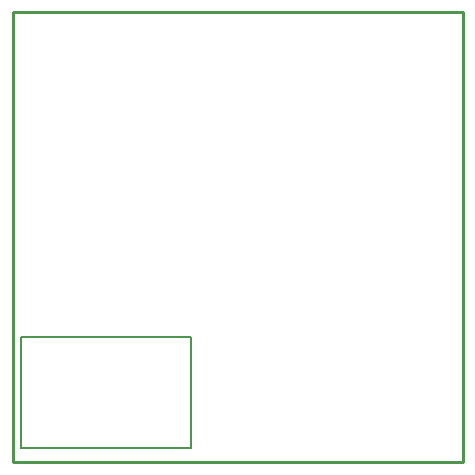
<source format=gm1>
G04*
G04 #@! TF.GenerationSoftware,Altium Limited,Altium Designer,22.3.1 (43)*
G04*
G04 Layer_Color=16711935*
%FSLAX25Y25*%
%MOIN*%
G70*
G04*
G04 #@! TF.SameCoordinates,6ADC0360-3E08-4B8B-B3B3-E68A1261090F*
G04*
G04*
G04 #@! TF.FilePolarity,Positive*
G04*
G01*
G75*
%ADD12C,0.00787*%
%ADD32C,0.01000*%
D12*
X-147346Y4610D02*
X-90654D01*
X-147346D02*
Y41618D01*
X-90654D01*
Y4610D02*
Y41618D01*
D32*
X-150000Y0D02*
X0D01*
X-150000Y150000D02*
X0D01*
Y0D02*
Y150000D01*
X-150000Y0D02*
Y150000D01*
M02*

</source>
